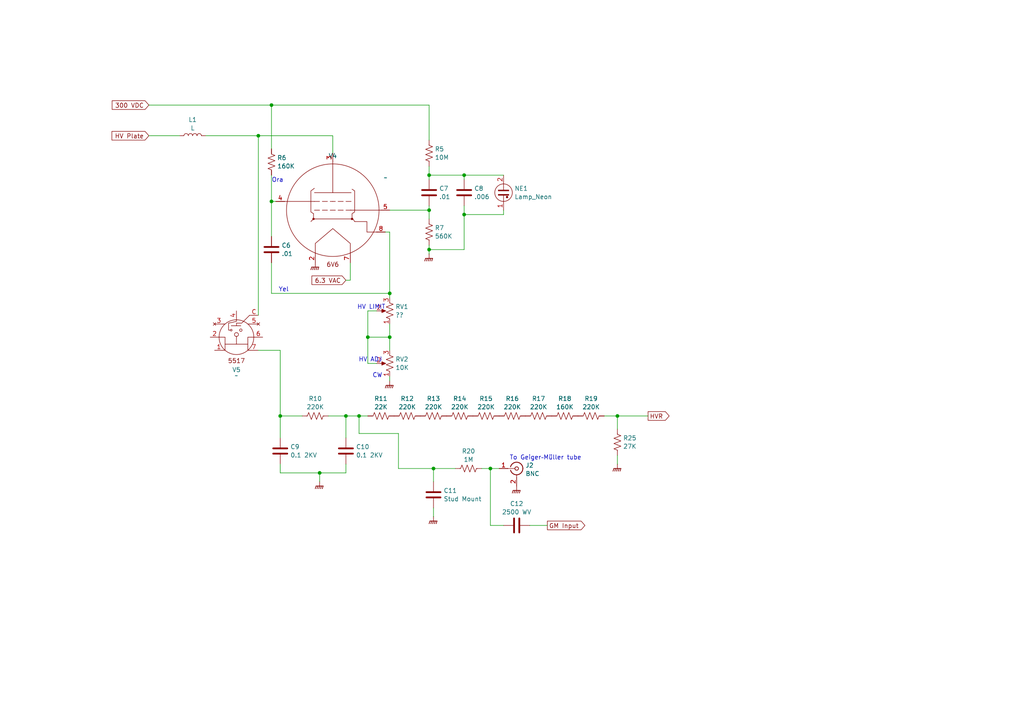
<source format=kicad_sch>
(kicad_sch (version 20250114) (generator "eeschema") (generator_version "9.0")
  (paper "A4")
  (title_block (title "General Scaler-Ratemeter RCR-1 ") (company "Nucleonics Corp of America") (comment 1 "Schematic by Steve Conklin"))
  (lib_symbols
    (symbol "Connector:Conn_Coaxial" (pin_names (offset 1.016) (hide yes))
      (property "Reference" "J" (at 0.254 3.048 0))
      (property "Value" "Conn_Coaxial" (at 2.921 0 90))
      (symbol "Conn_Coaxial_0_1"
        (polyline (pts (xy -2.54 0) (xy -0.508 0)))
        (arc (start 1.778 0) (mid 0.222 -1.8079) (end -1.778 -0.508) (stroke (width 0.254)))
        (arc (start -1.778 0.508) (mid 0.2221 1.8084) (end 1.778 0) (stroke (width 0.254)))
        (circle (center 0 0) (radius 0.508) (stroke (width 0.2032)))
        (polyline (pts (xy 0 -2.54) (xy 0 -1.778)))
      )
      (symbol "Conn_Coaxial_1_1"
        (pin passive line (at -5.08 0 0) (length 2.54) (name "In") (number "1"))
        (pin passive line (at 0 -5.08 90) (length 2.54) (name "Ext") (number "2"))
      )
    )
    (symbol "Device:C" (pin_numbers (hide yes)) (pin_names (offset 0.254))
      (property "Reference" "C" (at 0.635 2.54 0))
      (property "Value" "C" (at 0.635 -2.54 0))
      (symbol "C_0_1"
        (polyline (pts (xy -2.032 0.762) (xy 2.032 0.762)) (stroke (width 0.508)))
        (polyline (pts (xy -2.032 -0.762) (xy 2.032 -0.762)) (stroke (width 0.508)))
      )
      (symbol "C_1_1"
        (pin passive line (at 0 3.81 270) (length 2.794) (name "~") (number "1"))
        (pin passive line (at 0 -3.81 90) (length 2.794) (name "~") (number "2"))
      )
    )
    (symbol "Device:L" (pin_numbers (hide yes)) (pin_names (offset 1.016) (hide yes))
      (property "Reference" "L" (at -1.27 0 90))
      (property "Value" "L" (at 1.905 0 90))
      (symbol "L_0_1"
        (arc (start 0 2.54) (mid 0.6323 1.905) (end 0 1.27))
        (arc (start 0 1.27) (mid 0.6323 0.635) (end 0 0))
        (arc (start 0 0) (mid 0.6323 -0.635) (end 0 -1.27))
        (arc (start 0 -1.27) (mid 0.6323 -1.905) (end 0 -2.54))
      )
      (symbol "L_1_1"
        (pin passive line (at 0 3.81 270) (length 1.27) (name "1") (number "1"))
        (pin passive line (at 0 -3.81 90) (length 1.27) (name "2") (number "2"))
      )
    )
    (symbol "Device:Lamp_Neon" (pin_names (offset 0.0254) (hide yes))
      (property "Reference" "NE" (at 0.635 3.81 0))
      (property "Value" "Lamp_Neon" (at 0.635 -3.81 0))
      (symbol "Lamp_Neon_0_1"
        (rectangle (start -1.524 0.762) (end 1.524 0.508) (fill (type outline)))
        (rectangle (start -1.524 -0.508) (end 1.524 -0.762) (fill (type outline)))
        (polyline (pts (xy 0 0.762) (xy 0 2.54)))
        (circle (center 0 0) (radius 2.54))
        (polyline (pts (xy 0 -2.54) (xy 0 -0.762)))
        (circle (center 1.016 -1.27) (radius 0.254) (fill (type outline)))
      )
      (symbol "Lamp_Neon_1_1"
        (pin passive line (at 0 5.08 270) (length 2.54) (name "~") (number "2"))
        (pin passive line (at 0 -5.08 90) (length 2.54) (name "~") (number "1"))
      )
    )
    (symbol "Device:R_Potentiometer_US" (pin_names (offset 1.016) (hide yes))
      (property "Reference" "RV" (at -4.445 0 90))
      (property "Value" "R_Potentiometer_US" (at -2.54 0 90))
      (symbol "R_Potentiometer_US_0_1"
        (polyline (pts (xy 0 2.54) (xy 0 2.286)))
        (polyline (pts (xy 0 2.286) (xy 1.016 1.905) (xy 0 1.524) (xy -1.016 1.143) (xy 0 0.762)))
        (polyline (pts (xy 0 0.762) (xy 1.016 0.381) (xy 0 0) (xy -1.016 -0.381) (xy 0 -0.762)))
        (polyline (pts (xy 0 -0.762) (xy 1.016 -1.143) (xy 0 -1.524) (xy -1.016 -1.905) (xy 0 -2.286)))
        (polyline (pts (xy 0 -2.286) (xy 0 -2.54)))
        (polyline (pts (xy 1.143 0) (xy 2.286 0.508) (xy 2.286 -0.508) (xy 1.143 0)) (fill (type outline)))
        (polyline (pts (xy 2.54 0) (xy 1.524 0)))
      )
      (symbol "R_Potentiometer_US_1_1"
        (pin passive line (at 0 3.81 270) (length 1.27) (name "1") (number "1"))
        (pin passive line (at 0 -3.81 90) (length 1.27) (name "3") (number "3"))
        (pin passive line (at 3.81 0 180) (length 1.27) (name "2") (number "2"))
      )
    )
    (symbol "Device:R_US" (pin_numbers (hide yes)) (pin_names (offset 0))
      (property "Reference" "R" (at 2.54 0 90))
      (property "Value" "R_US" (at -2.54 0 90))
      (symbol "R_US_0_1"
        (polyline (pts (xy 0 2.286) (xy 0 2.54)))
        (polyline (pts (xy 0 2.286) (xy 1.016 1.905) (xy 0 1.524) (xy -1.016 1.143) (xy 0 0.762)))
        (polyline (pts (xy 0 0.762) (xy 1.016 0.381) (xy 0 0) (xy -1.016 -0.381) (xy 0 -0.762)))
        (polyline (pts (xy 0 -0.762) (xy 1.016 -1.143) (xy 0 -1.524) (xy -1.016 -1.905) (xy 0 -2.286)))
        (polyline (pts (xy 0 -2.286) (xy 0 -2.54)))
      )
      (symbol "R_US_1_1"
        (pin passive line (at 0 3.81 270) (length 1.27) (name "~") (number "1"))
        (pin passive line (at 0 -3.81 90) (length 1.27) (name "~") (number "2"))
      )
    )
    (symbol "ai4qr_tubes:5517"
      (property "Reference" "V" (at 2.286 10.414 0))
      (symbol "5517_0_1"
        (polyline (pts (xy -3.81 3.81) (xy -3.302 3.81)))
        (polyline (pts (xy -3.81 -3.81) (xy -3.302 -3.81) (xy -3.302 0) (xy -5.08 0)))
        (polyline (pts (xy -3.302 -2.032) (xy 3.302 -2.032)))
        (polyline (pts (xy -1.524 3.302) (xy 1.27 3.302)))
        (circle (center -1.524 2.032) (radius 0.254))
        (polyline (pts (xy 0 5.08) (xy 0 4.572) (xy -2.286 4.064) (xy -2.286 2.032) (xy -1.778 2.032)))
        (circle (center 0 0.762) (radius 0.568))
        (polyline (pts (xy 0 0.254) (xy 0 -2.032)))
        (circle (center 0 0) (radius 5.0418))
        (circle (center 1.27 2.032) (radius 0.3592))
        (polyline (pts (xy 3.81 6.35) (xy 2.032 4.572) (xy 1.524 4.064) (xy 0 4.064) (xy 0 3.302)))
        (polyline (pts (xy 3.81 3.81) (xy 3.302 3.81)))
        (polyline (pts (xy 3.81 -3.81) (xy 3.302 -3.81) (xy 3.302 0) (xy 5.08 0)))
      )
      (symbol "5517_1_1"
        (text "5517" (at 0 -6.858 0) (effects (font (size 1.27 1.27))))
        (pin bidirectional line (at -7.62 0 0) (length 2.54) (name "") (number "2"))
        (pin no_connect line (at -6.35 3.81 0) (length 2.54) (name "") (number "3"))
        (pin bidirectional line (at -6.35 -3.81 0) (length 2.54) (name "") (number "1"))
        (pin bidirectional line (at 0 7.62 270) (length 2.54) (name "") (number "4"))
        (pin input line (at 6.35 6.35 180) (length 2.54) (name "") (number "C"))
        (pin no_connect line (at 6.35 3.81 180) (length 2.54) (name "") (number "5"))
        (pin bidirectional line (at 6.35 -3.81 180) (length 2.54) (name "") (number "7"))
        (pin bidirectional line (at 7.62 0 180) (length 2.54) (name "") (number "6"))
      )
    )
    (symbol "ai4qr_tubes:6V6" (pin_names (offset 0) (hide yes))
      (property "Reference" "V" (at 7.112 13.716 0))
      (symbol "6V6_0_1"
        (polyline (pts (xy -6.096 -3.048) (xy -6.35 -3.302)))
        (polyline (pts (xy -5.588 -1.016) (xy -5.588 -2.54)))
        (polyline (pts (xy -5.588 -2.54) (xy -6.096 -3.048)))
        (polyline (pts (xy -5.334 6.35) (xy -6.35 5.588) (xy -6.35 -0.508) (xy -5.588 -1.016)))
        (polyline (pts (xy -5.334 5.08) (xy 5.334 5.08)))
        (polyline (pts (xy -5.334 2.54) (xy -13.97 2.54)))
        (polyline (pts (xy -5.08 -12.7) (xy -5.08 -9.652) (xy 0 -5.334) (xy 5.08 -9.652) (xy 5.08 -12.7)))
        (polyline (pts (xy -3.81 2.54) (xy -5.334 2.54)))
        (polyline (pts (xy -3.81 0) (xy -5.334 0)))
        (polyline (pts (xy -1.524 2.54) (xy -3.048 2.54)))
        (polyline (pts (xy -1.524 0) (xy -3.048 0)))
        (polyline (pts (xy -0.762 0) (xy 0.762 0)))
        (polyline (pts (xy 0 5.08) (xy 0 14.224)))
        (polyline (pts (xy 0 2.54) (xy -0.762 2.54)))
        (polyline (pts (xy 0 2.54) (xy 0.762 2.54)))
        (circle (center 0 0) (radius 13.4212))
        (polyline (pts (xy 1.524 2.54) (xy 3.048 2.54)))
        (polyline (pts (xy 1.524 0) (xy 3.048 0)))
        (polyline (pts (xy 3.81 2.54) (xy 5.334 2.54)))
        (polyline (pts (xy 3.81 0) (xy 5.334 0)))
        (polyline (pts (xy 5.08 0) (xy 13.97 0)))
        (polyline (pts (xy 5.588 6.096) (xy 6.35 5.588) (xy 6.35 -0.508) (xy 5.588 -1.016) (xy 5.588 -2.54)))
        (polyline (pts (xy 5.842 -2.54) (xy 6.35 -3.302)))
        (polyline (pts (xy 6.35 -3.302) (xy 9.906 -3.302) (xy 9.906 -6.35) (xy 12.7 -6.35)))
      )
      (symbol "6V6_1_1"
        (polyline (pts (xy -6.35 -11.938) (xy -6.35 -11.938)))
        (circle (center -5.588 -2.54) (radius 0.254) (fill (type outline)))
        (polyline (pts (xy 5.588 -2.54) (xy -5.588 -2.54)) (fill (type outline)))
        (circle (center 5.588 -2.54) (radius 0.254) (fill (type outline)))
        (text "6V6" (at 0 -15.748 0) (effects (font (size 1.27 1.27))))
        (pin bidirectional line (at -16.51 2.54 0) (length 2.54) (name "") (number "4"))
        (pin bidirectional line (at -5.08 -15.24 90) (length 2.54) (name "") (number "2"))
        (pin bidirectional line (at 0 16.51 270) (length 2.54) (name "") (number "3"))
        (pin bidirectional line (at 5.08 -15.24 90) (length 2.54) (name "") (number "7"))
        (pin bidirectional line (at 15.24 -6.35 180) (length 2.54) (name "") (number "8"))
        (pin bidirectional line (at 16.51 0 180) (length 2.54) (name "") (number "5"))
      )
    )
    (symbol "power:GNDPWR" (power) (pin_numbers (hide yes)) (pin_names (offset 0) (hide yes))
      (property "Value" "GNDPWR" (at 0 -3.302 0))
      (symbol "GNDPWR_0_1"
        (polyline (pts (xy -1.016 -1.27) (xy -1.27 -2.032) (xy -1.27 -2.032)) (stroke (width 0.2032)))
        (polyline (pts (xy -0.508 -1.27) (xy -0.762 -2.032) (xy -0.762 -2.032)) (stroke (width 0.2032)))
        (polyline (pts (xy 0 -1.27) (xy 0 0)))
        (polyline (pts (xy 0 -1.27) (xy -0.254 -2.032) (xy -0.254 -2.032)) (stroke (width 0.2032)))
        (polyline (pts (xy 0.508 -1.27) (xy 0.254 -2.032) (xy 0.254 -2.032)) (stroke (width 0.2032)))
        (polyline (pts (xy 1.016 -1.27) (xy -1.016 -1.27) (xy -1.016 -1.27)) (stroke (width 0.2032)))
        (polyline (pts (xy 1.016 -1.27) (xy 0.762 -2.032) (xy 0.762 -2.032) (xy 0.762 -2.032)) (stroke (width 0.2032)))
      )
      (symbol "GNDPWR_1_1"
        (pin power_in line (at 0 0 270) (length 0) (name "~") (number "1"))
      )
    )
  )
  (text " To Geiger–Müller tube" (at 157.734 132.842 0) (effects (font (size 1.27 1.27))))
  (text "HV ADJ" (at 107.442 104.394 0) (effects (font (size 1.27 1.27))))
  (text "HV LIMIT" (at 107.696 89.154 0) (effects (font (size 1.27 1.27))))
  (text "Ora" (at 80.518 52.324 0) (effects (font (size 1.27 1.27))))
  (text "CW" (at 109.474 108.966 0) (effects (font (size 1.27 1.27))))
  (text "Yel" (at 82.296 84.074 0) (effects (font (size 1.27 1.27))))
  (junction (at 100.33 120.65))
  (junction (at 134.62 50.8))
  (junction (at 124.46 50.8))
  (junction (at 92.71 137.16))
  (junction (at 113.03 97.79))
  (junction (at 134.62 62.23))
  (junction (at 106.68 97.79))
  (junction (at 125.73 135.89))
  (junction (at 142.24 135.89))
  (junction (at 124.46 72.39))
  (junction (at 124.46 60.96))
  (junction (at 74.93 39.37))
  (junction (at 78.74 30.48))
  (junction (at 179.07 120.65))
  (junction (at 113.03 85.09))
  (junction (at 104.14 120.65))
  (junction (at 78.74 58.42))
  (junction (at 81.28 120.65))
  (wire (pts (xy 153.67 152.4) (xy 158.75 152.4)))
  (wire (pts (xy 78.74 58.42) (xy 78.74 68.58)))
  (wire (pts (xy 92.71 137.16) (xy 100.33 137.16)))
  (wire (pts (xy 139.7 135.89) (xy 142.24 135.89)))
  (wire (pts (xy 106.68 90.17) (xy 106.68 97.79)))
  (wire (pts (xy 106.68 97.79) (xy 113.03 97.79)))
  (wire (pts (xy 95.25 120.65) (xy 100.33 120.65)))
  (wire (pts (xy 81.28 137.16) (xy 92.71 137.16)))
  (wire (pts (xy 146.05 60.96) (xy 146.05 62.23)))
  (wire (pts (xy 59.69 39.37) (xy 74.93 39.37)))
  (wire (pts (xy 81.28 120.65) (xy 87.63 120.65)))
  (wire (pts (xy 125.73 135.89) (xy 125.73 139.7)))
  (wire (pts (xy 106.68 97.79) (xy 106.68 105.41)))
  (wire (pts (xy 134.62 72.39) (xy 124.46 72.39)))
  (wire (pts (xy 134.62 62.23) (xy 134.62 72.39)))
  (wire (pts (xy 134.62 50.8) (xy 146.05 50.8)))
  (wire (pts (xy 43.18 39.37) (xy 52.07 39.37)))
  (wire (pts (xy 100.33 120.65) (xy 100.33 127)))
  (wire (pts (xy 78.74 85.09) (xy 113.03 85.09)))
  (wire (pts (xy 104.14 120.65) (xy 106.68 120.65)))
  (wire (pts (xy 92.71 137.16) (xy 92.71 139.7)))
  (wire (pts (xy 81.28 120.65) (xy 81.28 127)))
  (wire (pts (xy 134.62 50.8) (xy 134.62 52.07)))
  (wire (pts (xy 104.14 125.73) (xy 115.57 125.73)))
  (wire (pts (xy 142.24 135.89) (xy 144.78 135.89)))
  (wire (pts (xy 124.46 50.8) (xy 134.62 50.8)))
  (wire (pts (xy 100.33 120.65) (xy 104.14 120.65)))
  (wire (pts (xy 142.24 135.89) (xy 142.24 152.4)))
  (wire (pts (xy 124.46 30.48) (xy 124.46 40.64)))
  (wire (pts (xy 124.46 60.96) (xy 124.46 63.5)))
  (wire (pts (xy 96.52 44.45) (xy 96.52 39.37)))
  (wire (pts (xy 104.14 120.65) (xy 104.14 125.73)))
  (wire (pts (xy 125.73 147.32) (xy 125.73 149.86)))
  (wire (pts (xy 146.05 62.23) (xy 134.62 62.23)))
  (wire (pts (xy 124.46 48.26) (xy 124.46 50.8)))
  (wire (pts (xy 78.74 50.8) (xy 78.74 58.42)))
  (wire (pts (xy 113.03 85.09) (xy 113.03 86.36)))
  (wire (pts (xy 142.24 152.4) (xy 146.05 152.4)))
  (wire (pts (xy 78.74 76.2) (xy 78.74 85.09)))
  (wire (pts (xy 124.46 50.8) (xy 124.46 52.07)))
  (wire (pts (xy 101.6 76.2) (xy 101.6 81.28)))
  (wire (pts (xy 74.93 39.37) (xy 74.93 91.44)))
  (wire (pts (xy 179.07 120.65) (xy 179.07 124.46)))
  (wire (pts (xy 106.68 105.41) (xy 109.22 105.41)))
  (wire (pts (xy 81.28 134.62) (xy 81.28 137.16)))
  (wire (pts (xy 179.07 120.65) (xy 175.26 120.65)))
  (wire (pts (xy 101.6 81.28) (xy 100.33 81.28)))
  (wire (pts (xy 113.03 67.31) (xy 113.03 85.09)))
  (wire (pts (xy 113.03 109.22) (xy 113.03 110.49)))
  (wire (pts (xy 113.03 97.79) (xy 113.03 101.6)))
  (wire (pts (xy 134.62 59.69) (xy 134.62 62.23)))
  (wire (pts (xy 179.07 132.08) (xy 179.07 134.62)))
  (wire (pts (xy 96.52 39.37) (xy 74.93 39.37)))
  (wire (pts (xy 113.03 60.96) (xy 124.46 60.96)))
  (wire (pts (xy 124.46 71.12) (xy 124.46 72.39)))
  (wire (pts (xy 124.46 59.69) (xy 124.46 60.96)))
  (wire (pts (xy 81.28 101.6) (xy 81.28 120.65)))
  (wire (pts (xy 43.18 30.48) (xy 78.74 30.48)))
  (wire (pts (xy 100.33 137.16) (xy 100.33 134.62)))
  (wire (pts (xy 78.74 30.48) (xy 124.46 30.48)))
  (wire (pts (xy 78.74 58.42) (xy 80.01 58.42)))
  (wire (pts (xy 124.46 72.39) (xy 124.46 73.66)))
  (wire (pts (xy 115.57 125.73) (xy 115.57 135.89)))
  (wire (pts (xy 113.03 93.98) (xy 113.03 97.79)))
  (wire (pts (xy 187.96 120.65) (xy 179.07 120.65)))
  (wire (pts (xy 111.76 67.31) (xy 113.03 67.31)))
  (wire (pts (xy 74.93 101.6) (xy 81.28 101.6)))
  (wire (pts (xy 125.73 135.89) (xy 132.08 135.89)))
  (wire (pts (xy 109.22 90.17) (xy 106.68 90.17)))
  (wire (pts (xy 78.74 30.48) (xy 78.74 43.18)))
  (wire (pts (xy 115.57 135.89) (xy 125.73 135.89)))
  (global_label "HV Plate" (shape input) (at 43.18 39.37 180) (property "Intersheetrefs" "${INTERSHEET_REFS}" (effects (hide yes))))
  (global_label "300 VDC" (shape input) (at 43.18 30.48 180) (property "Intersheetrefs" "${INTERSHEET_REFS}" (effects (hide yes))))
  (global_label "GM Input" (shape output) (at 158.75 152.4 0) (property "Intersheetrefs" "${INTERSHEET_REFS}" (effects (hide yes))))
  (global_label "HVR" (shape output) (at 187.96 120.65 0) (property "Intersheetrefs" "${INTERSHEET_REFS}" (effects (hide yes))))
  (global_label "6.3 VAC" (shape input) (at 100.33 81.28 180) (property "Intersheetrefs" "${INTERSHEET_REFS}" (effects (hide yes))))
  (symbol (lib_id "Device:R_US") (at 135.89 135.89 90) (unit 1)
    (property "Reference" "R20" (at 135.89 130.8565 90))
    (property "Value" "1M" (at 135.89 133.2808 90))
    (property "Description" "Resistor, US symbol" (effects (hide yes)))
  )
  (symbol (lib_id "power:GNDPWR") (at 92.71 139.7 0) (unit 1)
    (property "Reference" "#PWR012" (effects (hide yes)))
    (property "Value" "GNDPWR" (effects (hide yes)))
    (property "Description" "Power symbol creates a global label with name \"GNDPWR\" , global ground" (effects (hide yes)))
  )
  (symbol (lib_id "power:GNDPWR") (at 179.07 134.62 0) (unit 1)
    (property "Reference" "#PWR017" (effects (hide yes)))
    (property "Value" "GNDPWR" (effects (hide yes)))
    (property "Description" "Power symbol creates a global label with name \"GNDPWR\" , global ground" (effects (hide yes)))
  )
  (symbol (lib_id "Connector:Conn_Coaxial") (at 149.86 135.89 0) (unit 1)
    (property "Reference" "J2" (at 152.4001 134.971 0) (effects (justify left)))
    (property "Value" "BNC" (at 152.4001 137.3953 0) (effects (justify left)))
    (property "Description" "coaxial connector (BNC, SMA, SMB, SMC, Cinch/RCA, LEMO, ...)" (effects (hide yes)))
  )
  (symbol (lib_id "Device:R_US") (at 156.21 120.65 90) (unit 1)
    (property "Reference" "R17" (at 156.21 115.6165 90))
    (property "Value" "220K" (at 156.21 118.0408 90))
    (property "Description" "Resistor, US symbol" (effects (hide yes)))
  )
  (symbol (lib_id "Device:R_US") (at 124.46 44.45 0) (unit 1)
    (property "Reference" "R5" (at 126.111 43.2378 0) (effects (justify left)))
    (property "Value" "10M" (at 126.111 45.6621 0) (effects (justify left)))
    (property "Description" "Resistor, US symbol" (effects (hide yes)))
  )
  (symbol (lib_id "Device:R_US") (at 163.83 120.65 90) (unit 1)
    (property "Reference" "R18" (at 163.83 115.6165 90))
    (property "Value" "160K" (at 163.83 118.0408 90))
    (property "Description" "Resistor, US symbol" (effects (hide yes)))
  )
  (symbol (lib_id "power:GNDPWR") (at 149.86 140.97 0) (unit 1)
    (property "Reference" "#PWR014" (effects (hide yes)))
    (property "Value" "GNDPWR" (effects (hide yes)))
    (property "Description" "Power symbol creates a global label with name \"GNDPWR\" , global ground" (effects (hide yes)))
  )
  (symbol (lib_id "Device:C") (at 78.74 72.39 0) (unit 1)
    (property "Reference" "C6" (at 81.661 71.1778 0) (effects (justify left)))
    (property "Value" ".01" (at 81.661 73.6021 0) (effects (justify left)))
    (property "Description" "Unpolarized capacitor" (effects (hide yes)))
  )
  (symbol (lib_id "Device:R_US") (at 148.59 120.65 90) (unit 1)
    (property "Reference" "R16" (at 148.59 115.6165 90))
    (property "Value" "220K" (at 148.59 118.0408 90))
    (property "Description" "Resistor, US symbol" (effects (hide yes)))
  )
  (symbol (lib_id "power:GNDPWR") (at 125.73 149.86 0) (unit 1)
    (property "Reference" "#PWR013" (effects (hide yes)))
    (property "Value" "GNDPWR" (effects (hide yes)))
    (property "Description" "Power symbol creates a global label with name \"GNDPWR\" , global ground" (effects (hide yes)))
  )
  (symbol (lib_id "Device:R_US") (at 110.49 120.65 90) (unit 1)
    (property "Reference" "R11" (at 110.49 115.6165 90))
    (property "Value" "22K" (at 110.49 118.0408 90))
    (property "Description" "Resistor, US symbol" (effects (hide yes)))
  )
  (symbol (lib_id "Device:C") (at 81.28 130.81 0) (unit 1)
    (property "Reference" "C9" (at 84.201 129.5978 0) (effects (justify left)))
    (property "Value" "0.1 2KV" (at 84.201 132.0221 0) (effects (justify left)))
    (property "Description" "Unpolarized capacitor" (effects (hide yes)))
  )
  (symbol (lib_id "Device:C") (at 149.86 152.4 90) (unit 1)
    (property "Reference" "C12" (at 149.86 146.0965 90))
    (property "Value" "2500 WV" (at 149.86 148.5208 90))
    (property "Description" "Unpolarized capacitor" (effects (hide yes)))
  )
  (symbol (lib_id "Device:R_US") (at 91.44 120.65 90) (unit 1)
    (property "Reference" "R10" (at 91.44 115.6165 90))
    (property "Value" "220K" (at 91.44 118.0408 90))
    (property "Description" "Resistor, US symbol" (effects (hide yes)))
  )
  (symbol (lib_id "Device:C") (at 134.62 55.88 0) (unit 1)
    (property "Reference" "C8" (at 137.541 54.6678 0) (effects (justify left)))
    (property "Value" ".006" (at 137.541 57.0921 0) (effects (justify left)))
    (property "Description" "Unpolarized capacitor" (effects (hide yes)))
  )
  (symbol (lib_id "ai4qr_tubes:6V6") (at 96.52 60.96 0) (unit 1)
    (property "Reference" "V4" (at 96.52 45.212 0))
    (property "Value" "~" (at 111.8364 51.5307 0))
  )
  (symbol (lib_id "Device:R_US") (at 124.46 67.31 0) (unit 1)
    (property "Reference" "R7" (at 126.111 66.0978 0) (effects (justify left)))
    (property "Value" "560K" (at 126.111 68.5221 0) (effects (justify left)))
    (property "Description" "Resistor, US symbol" (effects (hide yes)))
  )
  (symbol (lib_id "power:GNDPWR") (at 113.03 110.49 0) (unit 1)
    (property "Reference" "#PWR011" (effects (hide yes)))
    (property "Value" "GNDPWR" (effects (hide yes)))
    (property "Description" "Power symbol creates a global label with name \"GNDPWR\" , global ground" (effects (hide yes)))
  )
  (symbol (lib_id "Device:C") (at 100.33 130.81 0) (unit 1)
    (property "Reference" "C10" (at 103.251 129.5978 0) (effects (justify left)))
    (property "Value" "0.1 2KV" (at 103.251 132.0221 0) (effects (justify left)))
    (property "Description" "Unpolarized capacitor" (effects (hide yes)))
  )
  (symbol (lib_id "Device:R_US") (at 125.73 120.65 90) (unit 1)
    (property "Reference" "R13" (at 125.73 115.6165 90))
    (property "Value" "220K" (at 125.73 118.0408 90))
    (property "Description" "Resistor, US symbol" (effects (hide yes)))
  )
  (symbol (lib_id "Device:R_Potentiometer_US") (at 113.03 105.41 180) (unit 1)
    (property "Reference" "RV2" (at 114.681 104.1978 0) (effects (justify right)))
    (property "Value" "10K" (at 114.681 106.6221 0) (effects (justify right)))
    (property "Description" "Potentiometer, US symbol" (effects (hide yes)))
  )
  (symbol (lib_id "Device:R_US") (at 140.97 120.65 90) (unit 1)
    (property "Reference" "R15" (at 140.97 115.6165 90))
    (property "Value" "220K" (at 140.97 118.0408 90))
    (property "Description" "Resistor, US symbol" (effects (hide yes)))
  )
  (symbol (lib_id "Device:R_US") (at 179.07 128.27 180) (unit 1)
    (property "Reference" "R25" (at 180.721 127.0578 0) (effects (justify right)))
    (property "Value" "27K" (at 180.721 129.4821 0) (effects (justify right)))
    (property "Description" "Resistor, US symbol" (effects (hide yes)))
  )
  (symbol (lib_id "Device:R_US") (at 171.45 120.65 90) (unit 1)
    (property "Reference" "R19" (at 171.45 115.6165 90))
    (property "Value" "220K" (at 171.45 118.0408 90))
    (property "Description" "Resistor, US symbol" (effects (hide yes)))
  )
  (symbol (lib_id "ai4qr_tubes:5517") (at 68.58 97.79 0) (unit 1)
    (property "Reference" "V5" (at 68.58 107.2628 0))
    (property "Value" "~" (at 68.58 108.9442 0))
  )
  (symbol (lib_id "Device:R_US") (at 78.74 46.99 0) (unit 1)
    (property "Reference" "R6" (at 80.391 45.7778 0) (effects (justify left)))
    (property "Value" "160K" (at 80.391 48.2021 0) (effects (justify left)))
    (property "Description" "Resistor, US symbol" (effects (hide yes)))
  )
  (symbol (lib_id "power:GNDPWR") (at 91.44 76.2 0) (unit 1)
    (property "Reference" "#PWR09" (effects (hide yes)))
    (property "Value" "GNDPWR" (effects (hide yes)))
    (property "Description" "Power symbol creates a global label with name \"GNDPWR\" , global ground" (effects (hide yes)))
  )
  (symbol (lib_id "power:GNDPWR") (at 124.46 73.66 0) (unit 1)
    (property "Reference" "#PWR010" (effects (hide yes)))
    (property "Value" "GNDPWR" (effects (hide yes)))
    (property "Description" "Power symbol creates a global label with name \"GNDPWR\" , global ground" (effects (hide yes)))
  )
  (symbol (lib_id "Device:Lamp_Neon") (at 146.05 55.88 0) (unit 1)
    (property "Reference" "NE1" (at 149.225 54.6678 0) (effects (justify left)))
    (property "Value" "Lamp_Neon" (at 149.225 57.0921 0) (effects (justify left)))
    (property "Description" "Neon lamp" (effects (hide yes)))
  )
  (symbol (lib_id "Device:C") (at 125.73 143.51 0) (unit 1)
    (property "Reference" "C11" (at 128.651 142.2978 0) (effects (justify left)))
    (property "Value" "Stud Mount" (at 128.651 144.7221 0) (effects (justify left)))
    (property "Description" "Unpolarized capacitor" (effects (hide yes)))
  )
  (symbol (lib_id "Device:R_US") (at 118.11 120.65 90) (unit 1)
    (property "Reference" "R12" (at 118.11 115.6165 90))
    (property "Value" "220K" (at 118.11 118.0408 90))
    (property "Description" "Resistor, US symbol" (effects (hide yes)))
  )
  (symbol (lib_id "Device:R_US") (at 133.35 120.65 90) (unit 1)
    (property "Reference" "R14" (at 133.35 115.6165 90))
    (property "Value" "220K" (at 133.35 118.0408 90))
    (property "Description" "Resistor, US symbol" (effects (hide yes)))
  )
  (symbol (lib_id "Device:R_Potentiometer_US") (at 113.03 90.17 180) (unit 1)
    (property "Reference" "RV1" (at 114.681 88.9578 0) (effects (justify right)))
    (property "Value" "??" (at 114.681 91.3821 0) (effects (justify right)))
    (property "Description" "Potentiometer, US symbol" (effects (hide yes)))
  )
  (symbol (lib_id "Device:C") (at 124.46 55.88 0) (unit 1)
    (property "Reference" "C7" (at 127.381 54.6678 0) (effects (justify left)))
    (property "Value" ".01" (at 127.381 57.0921 0) (effects (justify left)))
    (property "Description" "Unpolarized capacitor" (effects (hide yes)))
  )
  (symbol (lib_id "Device:L") (at 55.88 39.37 90) (unit 1)
    (property "Reference" "L1" (at 55.88 34.7202 90))
    (property "Value" "L" (at 55.88 37.1445 90))
    (property "Description" "Inductor" (effects (hide yes)))
  )
)
</source>
